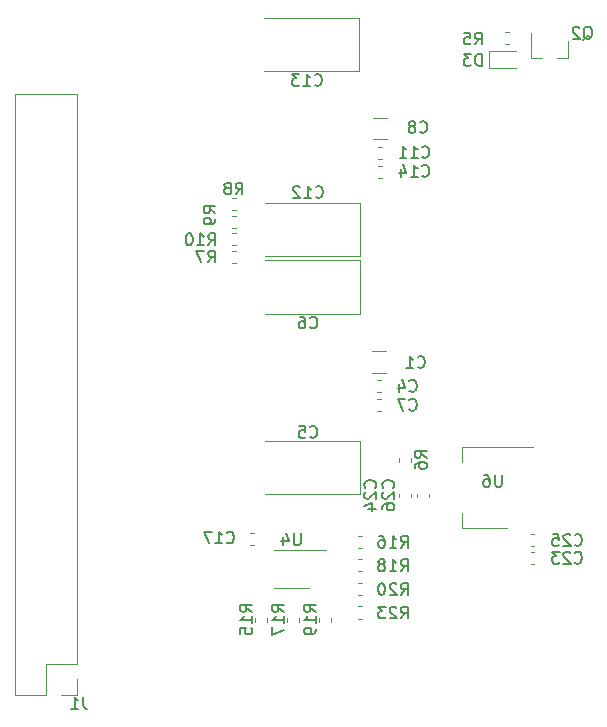
<source format=gbo>
G04 #@! TF.GenerationSoftware,KiCad,Pcbnew,6.0.5-a6ca702e91~116~ubuntu20.04.1*
G04 #@! TF.CreationDate,2022-05-10T22:13:07+02:00*
G04 #@! TF.ProjectId,rysboard,72797362-6f61-4726-942e-6b696361645f,4.2*
G04 #@! TF.SameCoordinates,Original*
G04 #@! TF.FileFunction,Legend,Bot*
G04 #@! TF.FilePolarity,Positive*
%FSLAX46Y46*%
G04 Gerber Fmt 4.6, Leading zero omitted, Abs format (unit mm)*
G04 Created by KiCad (PCBNEW 6.0.5-a6ca702e91~116~ubuntu20.04.1) date 2022-05-10 22:13:07*
%MOMM*%
%LPD*%
G01*
G04 APERTURE LIST*
%ADD10C,0.150000*%
%ADD11C,0.120000*%
G04 APERTURE END LIST*
D10*
X101154166Y-101707142D02*
X101201785Y-101754761D01*
X101344642Y-101802380D01*
X101439880Y-101802380D01*
X101582738Y-101754761D01*
X101677976Y-101659523D01*
X101725595Y-101564285D01*
X101773214Y-101373809D01*
X101773214Y-101230952D01*
X101725595Y-101040476D01*
X101677976Y-100945238D01*
X101582738Y-100850000D01*
X101439880Y-100802380D01*
X101344642Y-100802380D01*
X101201785Y-100850000D01*
X101154166Y-100897619D01*
X100249404Y-100802380D02*
X100725595Y-100802380D01*
X100773214Y-101278571D01*
X100725595Y-101230952D01*
X100630357Y-101183333D01*
X100392261Y-101183333D01*
X100297023Y-101230952D01*
X100249404Y-101278571D01*
X100201785Y-101373809D01*
X100201785Y-101611904D01*
X100249404Y-101707142D01*
X100297023Y-101754761D01*
X100392261Y-101802380D01*
X100630357Y-101802380D01*
X100725595Y-101754761D01*
X100773214Y-101707142D01*
X101154166Y-92457142D02*
X101201785Y-92504761D01*
X101344642Y-92552380D01*
X101439880Y-92552380D01*
X101582738Y-92504761D01*
X101677976Y-92409523D01*
X101725595Y-92314285D01*
X101773214Y-92123809D01*
X101773214Y-91980952D01*
X101725595Y-91790476D01*
X101677976Y-91695238D01*
X101582738Y-91600000D01*
X101439880Y-91552380D01*
X101344642Y-91552380D01*
X101201785Y-91600000D01*
X101154166Y-91647619D01*
X100297023Y-91552380D02*
X100487500Y-91552380D01*
X100582738Y-91600000D01*
X100630357Y-91647619D01*
X100725595Y-91790476D01*
X100773214Y-91980952D01*
X100773214Y-92361904D01*
X100725595Y-92457142D01*
X100677976Y-92504761D01*
X100582738Y-92552380D01*
X100392261Y-92552380D01*
X100297023Y-92504761D01*
X100249404Y-92457142D01*
X100201785Y-92361904D01*
X100201785Y-92123809D01*
X100249404Y-92028571D01*
X100297023Y-91980952D01*
X100392261Y-91933333D01*
X100582738Y-91933333D01*
X100677976Y-91980952D01*
X100725595Y-92028571D01*
X100773214Y-92123809D01*
X110642857Y-79607142D02*
X110690476Y-79654761D01*
X110833333Y-79702380D01*
X110928571Y-79702380D01*
X111071428Y-79654761D01*
X111166666Y-79559523D01*
X111214285Y-79464285D01*
X111261904Y-79273809D01*
X111261904Y-79130952D01*
X111214285Y-78940476D01*
X111166666Y-78845238D01*
X111071428Y-78750000D01*
X110928571Y-78702380D01*
X110833333Y-78702380D01*
X110690476Y-78750000D01*
X110642857Y-78797619D01*
X109690476Y-79702380D02*
X110261904Y-79702380D01*
X109976190Y-79702380D02*
X109976190Y-78702380D01*
X110071428Y-78845238D01*
X110166666Y-78940476D01*
X110261904Y-78988095D01*
X108833333Y-79035714D02*
X108833333Y-79702380D01*
X109071428Y-78654761D02*
X109309523Y-79369047D01*
X108690476Y-79369047D01*
X111022380Y-103490833D02*
X110546190Y-103157500D01*
X111022380Y-102919404D02*
X110022380Y-102919404D01*
X110022380Y-103300357D01*
X110070000Y-103395595D01*
X110117619Y-103443214D01*
X110212857Y-103490833D01*
X110355714Y-103490833D01*
X110450952Y-103443214D01*
X110498571Y-103395595D01*
X110546190Y-103300357D01*
X110546190Y-102919404D01*
X110022380Y-104347976D02*
X110022380Y-104157500D01*
X110070000Y-104062261D01*
X110117619Y-104014642D01*
X110260476Y-103919404D01*
X110450952Y-103871785D01*
X110831904Y-103871785D01*
X110927142Y-103919404D01*
X110974761Y-103967023D01*
X111022380Y-104062261D01*
X111022380Y-104252738D01*
X110974761Y-104347976D01*
X110927142Y-104395595D01*
X110831904Y-104443214D01*
X110593809Y-104443214D01*
X110498571Y-104395595D01*
X110450952Y-104347976D01*
X110403333Y-104252738D01*
X110403333Y-104062261D01*
X110450952Y-103967023D01*
X110498571Y-103919404D01*
X110593809Y-103871785D01*
X92516666Y-86952380D02*
X92850000Y-86476190D01*
X93088095Y-86952380D02*
X93088095Y-85952380D01*
X92707142Y-85952380D01*
X92611904Y-86000000D01*
X92564285Y-86047619D01*
X92516666Y-86142857D01*
X92516666Y-86285714D01*
X92564285Y-86380952D01*
X92611904Y-86428571D01*
X92707142Y-86476190D01*
X93088095Y-86476190D01*
X92183333Y-85952380D02*
X91516666Y-85952380D01*
X91945238Y-86952380D01*
X108842857Y-111102380D02*
X109176190Y-110626190D01*
X109414285Y-111102380D02*
X109414285Y-110102380D01*
X109033333Y-110102380D01*
X108938095Y-110150000D01*
X108890476Y-110197619D01*
X108842857Y-110292857D01*
X108842857Y-110435714D01*
X108890476Y-110530952D01*
X108938095Y-110578571D01*
X109033333Y-110626190D01*
X109414285Y-110626190D01*
X107890476Y-111102380D02*
X108461904Y-111102380D01*
X108176190Y-111102380D02*
X108176190Y-110102380D01*
X108271428Y-110245238D01*
X108366666Y-110340476D01*
X108461904Y-110388095D01*
X107033333Y-110102380D02*
X107223809Y-110102380D01*
X107319047Y-110150000D01*
X107366666Y-110197619D01*
X107461904Y-110340476D01*
X107509523Y-110530952D01*
X107509523Y-110911904D01*
X107461904Y-111007142D01*
X107414285Y-111054761D01*
X107319047Y-111102380D01*
X107128571Y-111102380D01*
X107033333Y-111054761D01*
X106985714Y-111007142D01*
X106938095Y-110911904D01*
X106938095Y-110673809D01*
X106985714Y-110578571D01*
X107033333Y-110530952D01*
X107128571Y-110483333D01*
X107319047Y-110483333D01*
X107414285Y-110530952D01*
X107461904Y-110578571D01*
X107509523Y-110673809D01*
X98952380Y-116557142D02*
X98476190Y-116223809D01*
X98952380Y-115985714D02*
X97952380Y-115985714D01*
X97952380Y-116366666D01*
X98000000Y-116461904D01*
X98047619Y-116509523D01*
X98142857Y-116557142D01*
X98285714Y-116557142D01*
X98380952Y-116509523D01*
X98428571Y-116461904D01*
X98476190Y-116366666D01*
X98476190Y-115985714D01*
X98952380Y-117509523D02*
X98952380Y-116938095D01*
X98952380Y-117223809D02*
X97952380Y-117223809D01*
X98095238Y-117128571D01*
X98190476Y-117033333D01*
X98238095Y-116938095D01*
X97952380Y-117842857D02*
X97952380Y-118509523D01*
X98952380Y-118080952D01*
X108842857Y-113102380D02*
X109176190Y-112626190D01*
X109414285Y-113102380D02*
X109414285Y-112102380D01*
X109033333Y-112102380D01*
X108938095Y-112150000D01*
X108890476Y-112197619D01*
X108842857Y-112292857D01*
X108842857Y-112435714D01*
X108890476Y-112530952D01*
X108938095Y-112578571D01*
X109033333Y-112626190D01*
X109414285Y-112626190D01*
X107890476Y-113102380D02*
X108461904Y-113102380D01*
X108176190Y-113102380D02*
X108176190Y-112102380D01*
X108271428Y-112245238D01*
X108366666Y-112340476D01*
X108461904Y-112388095D01*
X107319047Y-112530952D02*
X107414285Y-112483333D01*
X107461904Y-112435714D01*
X107509523Y-112340476D01*
X107509523Y-112292857D01*
X107461904Y-112197619D01*
X107414285Y-112150000D01*
X107319047Y-112102380D01*
X107128571Y-112102380D01*
X107033333Y-112150000D01*
X106985714Y-112197619D01*
X106938095Y-112292857D01*
X106938095Y-112340476D01*
X106985714Y-112435714D01*
X107033333Y-112483333D01*
X107128571Y-112530952D01*
X107319047Y-112530952D01*
X107414285Y-112578571D01*
X107461904Y-112626190D01*
X107509523Y-112721428D01*
X107509523Y-112911904D01*
X107461904Y-113007142D01*
X107414285Y-113054761D01*
X107319047Y-113102380D01*
X107128571Y-113102380D01*
X107033333Y-113054761D01*
X106985714Y-113007142D01*
X106938095Y-112911904D01*
X106938095Y-112721428D01*
X106985714Y-112626190D01*
X107033333Y-112578571D01*
X107128571Y-112530952D01*
X101652380Y-116557142D02*
X101176190Y-116223809D01*
X101652380Y-115985714D02*
X100652380Y-115985714D01*
X100652380Y-116366666D01*
X100700000Y-116461904D01*
X100747619Y-116509523D01*
X100842857Y-116557142D01*
X100985714Y-116557142D01*
X101080952Y-116509523D01*
X101128571Y-116461904D01*
X101176190Y-116366666D01*
X101176190Y-115985714D01*
X101652380Y-117509523D02*
X101652380Y-116938095D01*
X101652380Y-117223809D02*
X100652380Y-117223809D01*
X100795238Y-117128571D01*
X100890476Y-117033333D01*
X100938095Y-116938095D01*
X101652380Y-117985714D02*
X101652380Y-118176190D01*
X101604761Y-118271428D01*
X101557142Y-118319047D01*
X101414285Y-118414285D01*
X101223809Y-118461904D01*
X100842857Y-118461904D01*
X100747619Y-118414285D01*
X100700000Y-118366666D01*
X100652380Y-118271428D01*
X100652380Y-118080952D01*
X100700000Y-117985714D01*
X100747619Y-117938095D01*
X100842857Y-117890476D01*
X101080952Y-117890476D01*
X101176190Y-117938095D01*
X101223809Y-117985714D01*
X101271428Y-118080952D01*
X101271428Y-118271428D01*
X101223809Y-118366666D01*
X101176190Y-118414285D01*
X101080952Y-118461904D01*
X108842857Y-115102380D02*
X109176190Y-114626190D01*
X109414285Y-115102380D02*
X109414285Y-114102380D01*
X109033333Y-114102380D01*
X108938095Y-114150000D01*
X108890476Y-114197619D01*
X108842857Y-114292857D01*
X108842857Y-114435714D01*
X108890476Y-114530952D01*
X108938095Y-114578571D01*
X109033333Y-114626190D01*
X109414285Y-114626190D01*
X108461904Y-114197619D02*
X108414285Y-114150000D01*
X108319047Y-114102380D01*
X108080952Y-114102380D01*
X107985714Y-114150000D01*
X107938095Y-114197619D01*
X107890476Y-114292857D01*
X107890476Y-114388095D01*
X107938095Y-114530952D01*
X108509523Y-115102380D01*
X107890476Y-115102380D01*
X107271428Y-114102380D02*
X107176190Y-114102380D01*
X107080952Y-114150000D01*
X107033333Y-114197619D01*
X106985714Y-114292857D01*
X106938095Y-114483333D01*
X106938095Y-114721428D01*
X106985714Y-114911904D01*
X107033333Y-115007142D01*
X107080952Y-115054761D01*
X107176190Y-115102380D01*
X107271428Y-115102380D01*
X107366666Y-115054761D01*
X107414285Y-115007142D01*
X107461904Y-114911904D01*
X107509523Y-114721428D01*
X107509523Y-114483333D01*
X107461904Y-114292857D01*
X107414285Y-114197619D01*
X107366666Y-114150000D01*
X107271428Y-114102380D01*
X108842857Y-117102380D02*
X109176190Y-116626190D01*
X109414285Y-117102380D02*
X109414285Y-116102380D01*
X109033333Y-116102380D01*
X108938095Y-116150000D01*
X108890476Y-116197619D01*
X108842857Y-116292857D01*
X108842857Y-116435714D01*
X108890476Y-116530952D01*
X108938095Y-116578571D01*
X109033333Y-116626190D01*
X109414285Y-116626190D01*
X108461904Y-116197619D02*
X108414285Y-116150000D01*
X108319047Y-116102380D01*
X108080952Y-116102380D01*
X107985714Y-116150000D01*
X107938095Y-116197619D01*
X107890476Y-116292857D01*
X107890476Y-116388095D01*
X107938095Y-116530952D01*
X108509523Y-117102380D01*
X107890476Y-117102380D01*
X107557142Y-116102380D02*
X106938095Y-116102380D01*
X107271428Y-116483333D01*
X107128571Y-116483333D01*
X107033333Y-116530952D01*
X106985714Y-116578571D01*
X106938095Y-116673809D01*
X106938095Y-116911904D01*
X106985714Y-117007142D01*
X107033333Y-117054761D01*
X107128571Y-117102380D01*
X107414285Y-117102380D01*
X107509523Y-117054761D01*
X107557142Y-117007142D01*
X92542857Y-85502380D02*
X92876190Y-85026190D01*
X93114285Y-85502380D02*
X93114285Y-84502380D01*
X92733333Y-84502380D01*
X92638095Y-84550000D01*
X92590476Y-84597619D01*
X92542857Y-84692857D01*
X92542857Y-84835714D01*
X92590476Y-84930952D01*
X92638095Y-84978571D01*
X92733333Y-85026190D01*
X93114285Y-85026190D01*
X91590476Y-85502380D02*
X92161904Y-85502380D01*
X91876190Y-85502380D02*
X91876190Y-84502380D01*
X91971428Y-84645238D01*
X92066666Y-84740476D01*
X92161904Y-84788095D01*
X90971428Y-84502380D02*
X90876190Y-84502380D01*
X90780952Y-84550000D01*
X90733333Y-84597619D01*
X90685714Y-84692857D01*
X90638095Y-84883333D01*
X90638095Y-85121428D01*
X90685714Y-85311904D01*
X90733333Y-85407142D01*
X90780952Y-85454761D01*
X90876190Y-85502380D01*
X90971428Y-85502380D01*
X91066666Y-85454761D01*
X91114285Y-85407142D01*
X91161904Y-85311904D01*
X91209523Y-85121428D01*
X91209523Y-84883333D01*
X91161904Y-84692857D01*
X91114285Y-84597619D01*
X91066666Y-84550000D01*
X90971428Y-84502380D01*
X100361904Y-109902380D02*
X100361904Y-110711904D01*
X100314285Y-110807142D01*
X100266666Y-110854761D01*
X100171428Y-110902380D01*
X99980952Y-110902380D01*
X99885714Y-110854761D01*
X99838095Y-110807142D01*
X99790476Y-110711904D01*
X99790476Y-109902380D01*
X98885714Y-110235714D02*
X98885714Y-110902380D01*
X99123809Y-109854761D02*
X99361904Y-110569047D01*
X98742857Y-110569047D01*
X96252380Y-116557142D02*
X95776190Y-116223809D01*
X96252380Y-115985714D02*
X95252380Y-115985714D01*
X95252380Y-116366666D01*
X95300000Y-116461904D01*
X95347619Y-116509523D01*
X95442857Y-116557142D01*
X95585714Y-116557142D01*
X95680952Y-116509523D01*
X95728571Y-116461904D01*
X95776190Y-116366666D01*
X95776190Y-115985714D01*
X96252380Y-117509523D02*
X96252380Y-116938095D01*
X96252380Y-117223809D02*
X95252380Y-117223809D01*
X95395238Y-117128571D01*
X95490476Y-117033333D01*
X95538095Y-116938095D01*
X95252380Y-118414285D02*
X95252380Y-117938095D01*
X95728571Y-117890476D01*
X95680952Y-117938095D01*
X95633333Y-118033333D01*
X95633333Y-118271428D01*
X95680952Y-118366666D01*
X95728571Y-118414285D01*
X95823809Y-118461904D01*
X96061904Y-118461904D01*
X96157142Y-118414285D01*
X96204761Y-118366666D01*
X96252380Y-118271428D01*
X96252380Y-118033333D01*
X96204761Y-117938095D01*
X96157142Y-117890476D01*
X101542857Y-71907142D02*
X101590476Y-71954761D01*
X101733333Y-72002380D01*
X101828571Y-72002380D01*
X101971428Y-71954761D01*
X102066666Y-71859523D01*
X102114285Y-71764285D01*
X102161904Y-71573809D01*
X102161904Y-71430952D01*
X102114285Y-71240476D01*
X102066666Y-71145238D01*
X101971428Y-71050000D01*
X101828571Y-71002380D01*
X101733333Y-71002380D01*
X101590476Y-71050000D01*
X101542857Y-71097619D01*
X100590476Y-72002380D02*
X101161904Y-72002380D01*
X100876190Y-72002380D02*
X100876190Y-71002380D01*
X100971428Y-71145238D01*
X101066666Y-71240476D01*
X101161904Y-71288095D01*
X100257142Y-71002380D02*
X99638095Y-71002380D01*
X99971428Y-71383333D01*
X99828571Y-71383333D01*
X99733333Y-71430952D01*
X99685714Y-71478571D01*
X99638095Y-71573809D01*
X99638095Y-71811904D01*
X99685714Y-71907142D01*
X99733333Y-71954761D01*
X99828571Y-72002380D01*
X100114285Y-72002380D01*
X100209523Y-71954761D01*
X100257142Y-71907142D01*
X110466666Y-75907142D02*
X110514285Y-75954761D01*
X110657142Y-76002380D01*
X110752380Y-76002380D01*
X110895238Y-75954761D01*
X110990476Y-75859523D01*
X111038095Y-75764285D01*
X111085714Y-75573809D01*
X111085714Y-75430952D01*
X111038095Y-75240476D01*
X110990476Y-75145238D01*
X110895238Y-75050000D01*
X110752380Y-75002380D01*
X110657142Y-75002380D01*
X110514285Y-75050000D01*
X110466666Y-75097619D01*
X109895238Y-75430952D02*
X109990476Y-75383333D01*
X110038095Y-75335714D01*
X110085714Y-75240476D01*
X110085714Y-75192857D01*
X110038095Y-75097619D01*
X109990476Y-75050000D01*
X109895238Y-75002380D01*
X109704761Y-75002380D01*
X109609523Y-75050000D01*
X109561904Y-75097619D01*
X109514285Y-75192857D01*
X109514285Y-75240476D01*
X109561904Y-75335714D01*
X109609523Y-75383333D01*
X109704761Y-75430952D01*
X109895238Y-75430952D01*
X109990476Y-75478571D01*
X110038095Y-75526190D01*
X110085714Y-75621428D01*
X110085714Y-75811904D01*
X110038095Y-75907142D01*
X109990476Y-75954761D01*
X109895238Y-76002380D01*
X109704761Y-76002380D01*
X109609523Y-75954761D01*
X109561904Y-75907142D01*
X109514285Y-75811904D01*
X109514285Y-75621428D01*
X109561904Y-75526190D01*
X109609523Y-75478571D01*
X109704761Y-75430952D01*
X110642857Y-78007142D02*
X110690476Y-78054761D01*
X110833333Y-78102380D01*
X110928571Y-78102380D01*
X111071428Y-78054761D01*
X111166666Y-77959523D01*
X111214285Y-77864285D01*
X111261904Y-77673809D01*
X111261904Y-77530952D01*
X111214285Y-77340476D01*
X111166666Y-77245238D01*
X111071428Y-77150000D01*
X110928571Y-77102380D01*
X110833333Y-77102380D01*
X110690476Y-77150000D01*
X110642857Y-77197619D01*
X109690476Y-78102380D02*
X110261904Y-78102380D01*
X109976190Y-78102380D02*
X109976190Y-77102380D01*
X110071428Y-77245238D01*
X110166666Y-77340476D01*
X110261904Y-77388095D01*
X108738095Y-78102380D02*
X109309523Y-78102380D01*
X109023809Y-78102380D02*
X109023809Y-77102380D01*
X109119047Y-77245238D01*
X109214285Y-77340476D01*
X109309523Y-77388095D01*
X109566666Y-99407142D02*
X109614285Y-99454761D01*
X109757142Y-99502380D01*
X109852380Y-99502380D01*
X109995238Y-99454761D01*
X110090476Y-99359523D01*
X110138095Y-99264285D01*
X110185714Y-99073809D01*
X110185714Y-98930952D01*
X110138095Y-98740476D01*
X110090476Y-98645238D01*
X109995238Y-98550000D01*
X109852380Y-98502380D01*
X109757142Y-98502380D01*
X109614285Y-98550000D01*
X109566666Y-98597619D01*
X109233333Y-98502380D02*
X108566666Y-98502380D01*
X108995238Y-99502380D01*
X110266666Y-95807142D02*
X110314285Y-95854761D01*
X110457142Y-95902380D01*
X110552380Y-95902380D01*
X110695238Y-95854761D01*
X110790476Y-95759523D01*
X110838095Y-95664285D01*
X110885714Y-95473809D01*
X110885714Y-95330952D01*
X110838095Y-95140476D01*
X110790476Y-95045238D01*
X110695238Y-94950000D01*
X110552380Y-94902380D01*
X110457142Y-94902380D01*
X110314285Y-94950000D01*
X110266666Y-94997619D01*
X109314285Y-95902380D02*
X109885714Y-95902380D01*
X109600000Y-95902380D02*
X109600000Y-94902380D01*
X109695238Y-95045238D01*
X109790476Y-95140476D01*
X109885714Y-95188095D01*
X109566666Y-97807142D02*
X109614285Y-97854761D01*
X109757142Y-97902380D01*
X109852380Y-97902380D01*
X109995238Y-97854761D01*
X110090476Y-97759523D01*
X110138095Y-97664285D01*
X110185714Y-97473809D01*
X110185714Y-97330952D01*
X110138095Y-97140476D01*
X110090476Y-97045238D01*
X109995238Y-96950000D01*
X109852380Y-96902380D01*
X109757142Y-96902380D01*
X109614285Y-96950000D01*
X109566666Y-96997619D01*
X108709523Y-97235714D02*
X108709523Y-97902380D01*
X108947619Y-96854761D02*
X109185714Y-97569047D01*
X108566666Y-97569047D01*
X94866666Y-81202380D02*
X95200000Y-80726190D01*
X95438095Y-81202380D02*
X95438095Y-80202380D01*
X95057142Y-80202380D01*
X94961904Y-80250000D01*
X94914285Y-80297619D01*
X94866666Y-80392857D01*
X94866666Y-80535714D01*
X94914285Y-80630952D01*
X94961904Y-80678571D01*
X95057142Y-80726190D01*
X95438095Y-80726190D01*
X94295238Y-80630952D02*
X94390476Y-80583333D01*
X94438095Y-80535714D01*
X94485714Y-80440476D01*
X94485714Y-80392857D01*
X94438095Y-80297619D01*
X94390476Y-80250000D01*
X94295238Y-80202380D01*
X94104761Y-80202380D01*
X94009523Y-80250000D01*
X93961904Y-80297619D01*
X93914285Y-80392857D01*
X93914285Y-80440476D01*
X93961904Y-80535714D01*
X94009523Y-80583333D01*
X94104761Y-80630952D01*
X94295238Y-80630952D01*
X94390476Y-80678571D01*
X94438095Y-80726190D01*
X94485714Y-80821428D01*
X94485714Y-81011904D01*
X94438095Y-81107142D01*
X94390476Y-81154761D01*
X94295238Y-81202380D01*
X94104761Y-81202380D01*
X94009523Y-81154761D01*
X93961904Y-81107142D01*
X93914285Y-81011904D01*
X93914285Y-80821428D01*
X93961904Y-80726190D01*
X94009523Y-80678571D01*
X94104761Y-80630952D01*
X101630357Y-81407142D02*
X101677976Y-81454761D01*
X101820833Y-81502380D01*
X101916071Y-81502380D01*
X102058928Y-81454761D01*
X102154166Y-81359523D01*
X102201785Y-81264285D01*
X102249404Y-81073809D01*
X102249404Y-80930952D01*
X102201785Y-80740476D01*
X102154166Y-80645238D01*
X102058928Y-80550000D01*
X101916071Y-80502380D01*
X101820833Y-80502380D01*
X101677976Y-80550000D01*
X101630357Y-80597619D01*
X100677976Y-81502380D02*
X101249404Y-81502380D01*
X100963690Y-81502380D02*
X100963690Y-80502380D01*
X101058928Y-80645238D01*
X101154166Y-80740476D01*
X101249404Y-80788095D01*
X100297023Y-80597619D02*
X100249404Y-80550000D01*
X100154166Y-80502380D01*
X99916071Y-80502380D01*
X99820833Y-80550000D01*
X99773214Y-80597619D01*
X99725595Y-80692857D01*
X99725595Y-80788095D01*
X99773214Y-80930952D01*
X100344642Y-81502380D01*
X99725595Y-81502380D01*
X93152380Y-82783333D02*
X92676190Y-82450000D01*
X93152380Y-82211904D02*
X92152380Y-82211904D01*
X92152380Y-82592857D01*
X92200000Y-82688095D01*
X92247619Y-82735714D01*
X92342857Y-82783333D01*
X92485714Y-82783333D01*
X92580952Y-82735714D01*
X92628571Y-82688095D01*
X92676190Y-82592857D01*
X92676190Y-82211904D01*
X93152380Y-83259523D02*
X93152380Y-83450000D01*
X93104761Y-83545238D01*
X93057142Y-83592857D01*
X92914285Y-83688095D01*
X92723809Y-83735714D01*
X92342857Y-83735714D01*
X92247619Y-83688095D01*
X92200000Y-83640476D01*
X92152380Y-83545238D01*
X92152380Y-83354761D01*
X92200000Y-83259523D01*
X92247619Y-83211904D01*
X92342857Y-83164285D01*
X92580952Y-83164285D01*
X92676190Y-83211904D01*
X92723809Y-83259523D01*
X92771428Y-83354761D01*
X92771428Y-83545238D01*
X92723809Y-83640476D01*
X92676190Y-83688095D01*
X92580952Y-83735714D01*
X81933333Y-123752380D02*
X81933333Y-124466666D01*
X81980952Y-124609523D01*
X82076190Y-124704761D01*
X82219047Y-124752380D01*
X82314285Y-124752380D01*
X80933333Y-124752380D02*
X81504761Y-124752380D01*
X81219047Y-124752380D02*
X81219047Y-123752380D01*
X81314285Y-123895238D01*
X81409523Y-123990476D01*
X81504761Y-124038095D01*
X94105357Y-110657142D02*
X94152976Y-110704761D01*
X94295833Y-110752380D01*
X94391071Y-110752380D01*
X94533928Y-110704761D01*
X94629166Y-110609523D01*
X94676785Y-110514285D01*
X94724404Y-110323809D01*
X94724404Y-110180952D01*
X94676785Y-109990476D01*
X94629166Y-109895238D01*
X94533928Y-109800000D01*
X94391071Y-109752380D01*
X94295833Y-109752380D01*
X94152976Y-109800000D01*
X94105357Y-109847619D01*
X93152976Y-110752380D02*
X93724404Y-110752380D01*
X93438690Y-110752380D02*
X93438690Y-109752380D01*
X93533928Y-109895238D01*
X93629166Y-109990476D01*
X93724404Y-110038095D01*
X92819642Y-109752380D02*
X92152976Y-109752380D01*
X92581547Y-110752380D01*
X115688095Y-70302380D02*
X115688095Y-69302380D01*
X115450000Y-69302380D01*
X115307142Y-69350000D01*
X115211904Y-69445238D01*
X115164285Y-69540476D01*
X115116666Y-69730952D01*
X115116666Y-69873809D01*
X115164285Y-70064285D01*
X115211904Y-70159523D01*
X115307142Y-70254761D01*
X115450000Y-70302380D01*
X115688095Y-70302380D01*
X114783333Y-69302380D02*
X114164285Y-69302380D01*
X114497619Y-69683333D01*
X114354761Y-69683333D01*
X114259523Y-69730952D01*
X114211904Y-69778571D01*
X114164285Y-69873809D01*
X114164285Y-70111904D01*
X114211904Y-70207142D01*
X114259523Y-70254761D01*
X114354761Y-70302380D01*
X114640476Y-70302380D01*
X114735714Y-70254761D01*
X114783333Y-70207142D01*
X124295238Y-68097619D02*
X124390476Y-68050000D01*
X124485714Y-67954761D01*
X124628571Y-67811904D01*
X124723809Y-67764285D01*
X124819047Y-67764285D01*
X124771428Y-68002380D02*
X124866666Y-67954761D01*
X124961904Y-67859523D01*
X125009523Y-67669047D01*
X125009523Y-67335714D01*
X124961904Y-67145238D01*
X124866666Y-67050000D01*
X124771428Y-67002380D01*
X124580952Y-67002380D01*
X124485714Y-67050000D01*
X124390476Y-67145238D01*
X124342857Y-67335714D01*
X124342857Y-67669047D01*
X124390476Y-67859523D01*
X124485714Y-67954761D01*
X124580952Y-68002380D01*
X124771428Y-68002380D01*
X123961904Y-67097619D02*
X123914285Y-67050000D01*
X123819047Y-67002380D01*
X123580952Y-67002380D01*
X123485714Y-67050000D01*
X123438095Y-67097619D01*
X123390476Y-67192857D01*
X123390476Y-67288095D01*
X123438095Y-67430952D01*
X124009523Y-68002380D01*
X123390476Y-68002380D01*
X115116666Y-68502380D02*
X115450000Y-68026190D01*
X115688095Y-68502380D02*
X115688095Y-67502380D01*
X115307142Y-67502380D01*
X115211904Y-67550000D01*
X115164285Y-67597619D01*
X115116666Y-67692857D01*
X115116666Y-67835714D01*
X115164285Y-67930952D01*
X115211904Y-67978571D01*
X115307142Y-68026190D01*
X115688095Y-68026190D01*
X114211904Y-67502380D02*
X114688095Y-67502380D01*
X114735714Y-67978571D01*
X114688095Y-67930952D01*
X114592857Y-67883333D01*
X114354761Y-67883333D01*
X114259523Y-67930952D01*
X114211904Y-67978571D01*
X114164285Y-68073809D01*
X114164285Y-68311904D01*
X114211904Y-68407142D01*
X114259523Y-68454761D01*
X114354761Y-68502380D01*
X114592857Y-68502380D01*
X114688095Y-68454761D01*
X114735714Y-68407142D01*
X117391904Y-104952380D02*
X117391904Y-105761904D01*
X117344285Y-105857142D01*
X117296666Y-105904761D01*
X117201428Y-105952380D01*
X117010952Y-105952380D01*
X116915714Y-105904761D01*
X116868095Y-105857142D01*
X116820476Y-105761904D01*
X116820476Y-104952380D01*
X115915714Y-104952380D02*
X116106190Y-104952380D01*
X116201428Y-105000000D01*
X116249047Y-105047619D01*
X116344285Y-105190476D01*
X116391904Y-105380952D01*
X116391904Y-105761904D01*
X116344285Y-105857142D01*
X116296666Y-105904761D01*
X116201428Y-105952380D01*
X116010952Y-105952380D01*
X115915714Y-105904761D01*
X115868095Y-105857142D01*
X115820476Y-105761904D01*
X115820476Y-105523809D01*
X115868095Y-105428571D01*
X115915714Y-105380952D01*
X116010952Y-105333333D01*
X116201428Y-105333333D01*
X116296666Y-105380952D01*
X116344285Y-105428571D01*
X116391904Y-105523809D01*
X106657142Y-106027142D02*
X106704761Y-105979523D01*
X106752380Y-105836666D01*
X106752380Y-105741428D01*
X106704761Y-105598571D01*
X106609523Y-105503333D01*
X106514285Y-105455714D01*
X106323809Y-105408095D01*
X106180952Y-105408095D01*
X105990476Y-105455714D01*
X105895238Y-105503333D01*
X105800000Y-105598571D01*
X105752380Y-105741428D01*
X105752380Y-105836666D01*
X105800000Y-105979523D01*
X105847619Y-106027142D01*
X105847619Y-106408095D02*
X105800000Y-106455714D01*
X105752380Y-106550952D01*
X105752380Y-106789047D01*
X105800000Y-106884285D01*
X105847619Y-106931904D01*
X105942857Y-106979523D01*
X106038095Y-106979523D01*
X106180952Y-106931904D01*
X106752380Y-106360476D01*
X106752380Y-106979523D01*
X106085714Y-107836666D02*
X106752380Y-107836666D01*
X105704761Y-107598571D02*
X106419047Y-107360476D01*
X106419047Y-107979523D01*
X123567857Y-110857142D02*
X123615476Y-110904761D01*
X123758333Y-110952380D01*
X123853571Y-110952380D01*
X123996428Y-110904761D01*
X124091666Y-110809523D01*
X124139285Y-110714285D01*
X124186904Y-110523809D01*
X124186904Y-110380952D01*
X124139285Y-110190476D01*
X124091666Y-110095238D01*
X123996428Y-110000000D01*
X123853571Y-109952380D01*
X123758333Y-109952380D01*
X123615476Y-110000000D01*
X123567857Y-110047619D01*
X123186904Y-110047619D02*
X123139285Y-110000000D01*
X123044047Y-109952380D01*
X122805952Y-109952380D01*
X122710714Y-110000000D01*
X122663095Y-110047619D01*
X122615476Y-110142857D01*
X122615476Y-110238095D01*
X122663095Y-110380952D01*
X123234523Y-110952380D01*
X122615476Y-110952380D01*
X121710714Y-109952380D02*
X122186904Y-109952380D01*
X122234523Y-110428571D01*
X122186904Y-110380952D01*
X122091666Y-110333333D01*
X121853571Y-110333333D01*
X121758333Y-110380952D01*
X121710714Y-110428571D01*
X121663095Y-110523809D01*
X121663095Y-110761904D01*
X121710714Y-110857142D01*
X121758333Y-110904761D01*
X121853571Y-110952380D01*
X122091666Y-110952380D01*
X122186904Y-110904761D01*
X122234523Y-110857142D01*
X123567857Y-112357142D02*
X123615476Y-112404761D01*
X123758333Y-112452380D01*
X123853571Y-112452380D01*
X123996428Y-112404761D01*
X124091666Y-112309523D01*
X124139285Y-112214285D01*
X124186904Y-112023809D01*
X124186904Y-111880952D01*
X124139285Y-111690476D01*
X124091666Y-111595238D01*
X123996428Y-111500000D01*
X123853571Y-111452380D01*
X123758333Y-111452380D01*
X123615476Y-111500000D01*
X123567857Y-111547619D01*
X123186904Y-111547619D02*
X123139285Y-111500000D01*
X123044047Y-111452380D01*
X122805952Y-111452380D01*
X122710714Y-111500000D01*
X122663095Y-111547619D01*
X122615476Y-111642857D01*
X122615476Y-111738095D01*
X122663095Y-111880952D01*
X123234523Y-112452380D01*
X122615476Y-112452380D01*
X122282142Y-111452380D02*
X121663095Y-111452380D01*
X121996428Y-111833333D01*
X121853571Y-111833333D01*
X121758333Y-111880952D01*
X121710714Y-111928571D01*
X121663095Y-112023809D01*
X121663095Y-112261904D01*
X121710714Y-112357142D01*
X121758333Y-112404761D01*
X121853571Y-112452380D01*
X122139285Y-112452380D01*
X122234523Y-112404761D01*
X122282142Y-112357142D01*
X108187142Y-106027142D02*
X108234761Y-105979523D01*
X108282380Y-105836666D01*
X108282380Y-105741428D01*
X108234761Y-105598571D01*
X108139523Y-105503333D01*
X108044285Y-105455714D01*
X107853809Y-105408095D01*
X107710952Y-105408095D01*
X107520476Y-105455714D01*
X107425238Y-105503333D01*
X107330000Y-105598571D01*
X107282380Y-105741428D01*
X107282380Y-105836666D01*
X107330000Y-105979523D01*
X107377619Y-106027142D01*
X107377619Y-106408095D02*
X107330000Y-106455714D01*
X107282380Y-106550952D01*
X107282380Y-106789047D01*
X107330000Y-106884285D01*
X107377619Y-106931904D01*
X107472857Y-106979523D01*
X107568095Y-106979523D01*
X107710952Y-106931904D01*
X108282380Y-106360476D01*
X108282380Y-106979523D01*
X107282380Y-107836666D02*
X107282380Y-107646190D01*
X107330000Y-107550952D01*
X107377619Y-107503333D01*
X107520476Y-107408095D01*
X107710952Y-107360476D01*
X108091904Y-107360476D01*
X108187142Y-107408095D01*
X108234761Y-107455714D01*
X108282380Y-107550952D01*
X108282380Y-107741428D01*
X108234761Y-107836666D01*
X108187142Y-107884285D01*
X108091904Y-107931904D01*
X107853809Y-107931904D01*
X107758571Y-107884285D01*
X107710952Y-107836666D01*
X107663333Y-107741428D01*
X107663333Y-107550952D01*
X107710952Y-107455714D01*
X107758571Y-107408095D01*
X107853809Y-107360476D01*
D11*
X97337500Y-102040000D02*
X105397500Y-102040000D01*
X105397500Y-102040000D02*
X105397500Y-106560000D01*
X105397500Y-106560000D02*
X97337500Y-106560000D01*
X97337500Y-86790000D02*
X105397500Y-86790000D01*
X105397500Y-86790000D02*
X105397500Y-91310000D01*
X105397500Y-91310000D02*
X97337500Y-91310000D01*
X106937221Y-78790000D02*
X107262779Y-78790000D01*
X106937221Y-79810000D02*
X107262779Y-79810000D01*
X109730000Y-103820279D02*
X109730000Y-103494721D01*
X108710000Y-103820279D02*
X108710000Y-103494721D01*
X94549721Y-87010000D02*
X94875279Y-87010000D01*
X94549721Y-85990000D02*
X94875279Y-85990000D01*
X105562779Y-110090000D02*
X105237221Y-110090000D01*
X105562779Y-111110000D02*
X105237221Y-111110000D01*
X100210000Y-117362779D02*
X100210000Y-117037221D01*
X99190000Y-117362779D02*
X99190000Y-117037221D01*
X105562779Y-112090000D02*
X105237221Y-112090000D01*
X105562779Y-113110000D02*
X105237221Y-113110000D01*
X102910000Y-117362779D02*
X102910000Y-117037221D01*
X101890000Y-117362779D02*
X101890000Y-117037221D01*
X105550279Y-114090000D02*
X105224721Y-114090000D01*
X105550279Y-115110000D02*
X105224721Y-115110000D01*
X105550279Y-116090000D02*
X105224721Y-116090000D01*
X105550279Y-117110000D02*
X105224721Y-117110000D01*
X94549721Y-85510000D02*
X94875279Y-85510000D01*
X94549721Y-84490000D02*
X94875279Y-84490000D01*
X99600000Y-114510000D02*
X101100000Y-114510000D01*
X99600000Y-114510000D02*
X98100000Y-114510000D01*
X99600000Y-111290000D02*
X98100000Y-111290000D01*
X99600000Y-111290000D02*
X102475000Y-111290000D01*
X97510000Y-117362779D02*
X97510000Y-117037221D01*
X96490000Y-117362779D02*
X96490000Y-117037221D01*
X105322500Y-66240000D02*
X105322500Y-70760000D01*
X105322500Y-70760000D02*
X97262500Y-70760000D01*
X97262500Y-66240000D02*
X105322500Y-66240000D01*
X106497936Y-76510000D02*
X107702064Y-76510000D01*
X106497936Y-74690000D02*
X107702064Y-74690000D01*
X106924721Y-78210000D02*
X107250279Y-78210000D01*
X106924721Y-77190000D02*
X107250279Y-77190000D01*
X106824721Y-98490000D02*
X107150279Y-98490000D01*
X106824721Y-99510000D02*
X107150279Y-99510000D01*
X106397936Y-94490000D02*
X107602064Y-94490000D01*
X106397936Y-96310000D02*
X107602064Y-96310000D01*
X106824721Y-96890000D02*
X107150279Y-96890000D01*
X106824721Y-97910000D02*
X107150279Y-97910000D01*
X94537221Y-82510000D02*
X94862779Y-82510000D01*
X94537221Y-81490000D02*
X94862779Y-81490000D01*
X97337500Y-81890000D02*
X105397500Y-81890000D01*
X105397500Y-86410000D02*
X97337500Y-86410000D01*
X105397500Y-81890000D02*
X105397500Y-86410000D01*
X94549721Y-84010000D02*
X94875279Y-84010000D01*
X94549721Y-82990000D02*
X94875279Y-82990000D01*
X80064500Y-123601100D02*
X81394500Y-123601100D01*
X78794500Y-123601100D02*
X78794500Y-121001100D01*
X76194500Y-123601100D02*
X76194500Y-72681100D01*
X81394500Y-121001100D02*
X81394500Y-72681100D01*
X78794500Y-121001100D02*
X81394500Y-121001100D01*
X76194500Y-72681100D02*
X81394500Y-72681100D01*
X76194500Y-123601100D02*
X78794500Y-123601100D01*
X81394500Y-123601100D02*
X81394500Y-122271100D01*
X96425279Y-110860000D02*
X96099721Y-110860000D01*
X96425279Y-109840000D02*
X96099721Y-109840000D01*
X116352500Y-70535000D02*
X116352500Y-69065000D01*
X118637500Y-70535000D02*
X116352500Y-70535000D01*
X116352500Y-69065000D02*
X118637500Y-69065000D01*
X123030000Y-69660000D02*
X122100000Y-69660000D01*
X123030000Y-69660000D02*
X123030000Y-68200000D01*
X119870000Y-69660000D02*
X120800000Y-69660000D01*
X119870000Y-69660000D02*
X119870000Y-67500000D01*
X117674721Y-67440000D02*
X118000279Y-67440000D01*
X117674721Y-68460000D02*
X118000279Y-68460000D01*
X114040000Y-102590000D02*
X114040000Y-103850000D01*
X117800000Y-109410000D02*
X114040000Y-109410000D01*
X114040000Y-109410000D02*
X114040000Y-108150000D01*
X120050000Y-102590000D02*
X114040000Y-102590000D01*
X109730000Y-106534420D02*
X109730000Y-106815580D01*
X108710000Y-106534420D02*
X108710000Y-106815580D01*
X119859420Y-111010000D02*
X120140580Y-111010000D01*
X119859420Y-109990000D02*
X120140580Y-109990000D01*
X119859420Y-111490000D02*
X120140580Y-111490000D01*
X119859420Y-112510000D02*
X120140580Y-112510000D01*
X110240000Y-106534420D02*
X110240000Y-106815580D01*
X111260000Y-106534420D02*
X111260000Y-106815580D01*
M02*

</source>
